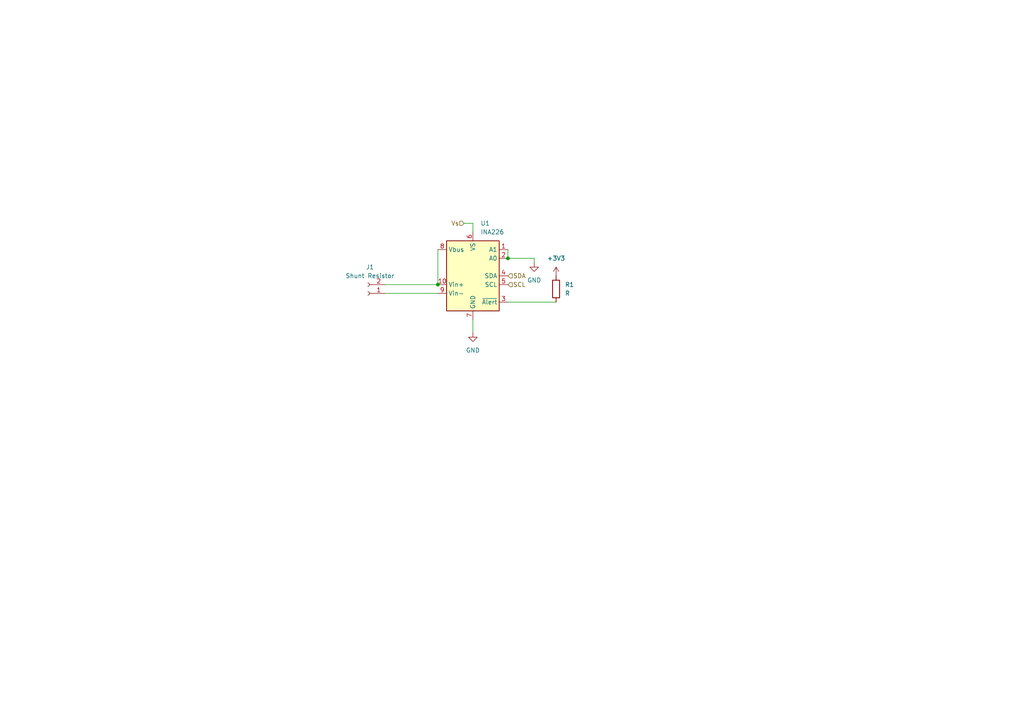
<source format=kicad_sch>
(kicad_sch (version 20230121) (generator eeschema)
  (paper "A4")
  (lib_symbols
    (symbol "Connector:Conn_01x02_Socket" (pin_names (offset 1.016) hide)
      (property "Reference" "J" (at 0 2.54 0))
      (property "Value" "Conn_01x02_Socket" (at 0 -5.08 0))
      (symbol "Conn_01x02_Socket_1_1"
        (arc (start 0 -2.032) (mid -0.5058 -2.54) (end 0 -3.048) (stroke (width 0.1524)))
        (polyline (pts (xy -1.27 -2.54) (xy -0.508 -2.54)) (stroke (width 0.1524)))
        (polyline (pts (xy -1.27 0) (xy -0.508 0)) (stroke (width 0.1524)))
        (arc (start 0 0.508) (mid -0.5058 0) (end 0 -0.508) (stroke (width 0.1524)))
        (pin passive line (at -5.08 0 0) (length 3.81) (name "Pin_1") (number "1"))
        (pin passive line (at -5.08 -2.54 0) (length 3.81) (name "Pin_2") (number "2"))
      )
    )
    (symbol "Device:R" (pin_numbers hide) (pin_names (offset 0))
      (property "Reference" "R" (at 2.032 0 90))
      (property "Value" "R" (at 0 0 90))
      (symbol "R_0_1"
        (rectangle (start -1.016 -2.54) (end 1.016 2.54) (stroke (width 0.254)))
      )
      (symbol "R_1_1"
        (pin passive line (at 0 3.81 270) (length 1.27) (name "~") (number "1"))
        (pin passive line (at 0 -3.81 90) (length 1.27) (name "~") (number "2"))
      )
    )
    (symbol "Sensor_Energy:INA226"
      (property "Reference" "U" (at -6.35 11.43 0))
      (property "Value" "INA226" (at 3.81 11.43 0))
      (symbol "INA226_0_1"
        (rectangle (start 7.62 10.16) (end -7.62 -10.16) (stroke (width 0.254)) (fill (type background)))
      )
      (symbol "INA226_1_1"
        (pin input line (at 10.16 7.62 180) (length 2.54) (name "A1") (number "1"))
        (pin input line (at -10.16 -2.54 0) (length 2.54) (name "Vin+") (number "10"))
        (pin input line (at 10.16 5.08 180) (length 2.54) (name "A0") (number "2"))
        (pin open_collector line (at 10.16 -7.62 180) (length 2.54) (name "~{Alert}") (number "3"))
        (pin bidirectional line (at 10.16 0 180) (length 2.54) (name "SDA") (number "4"))
        (pin input line (at 10.16 -2.54 180) (length 2.54) (name "SCL") (number "5"))
        (pin power_in line (at 0 12.7 270) (length 2.54) (name "VS") (number "6"))
        (pin power_in line (at 0 -12.7 90) (length 2.54) (name "GND") (number "7"))
        (pin input line (at -10.16 7.62 0) (length 2.54) (name "Vbus") (number "8"))
        (pin input line (at -10.16 -5.08 0) (length 2.54) (name "Vin-") (number "9"))
      )
    )
    (symbol "power:+3V3" (power) (pin_names (offset 0))
      (property "Value" "+3V3" (at 0 3.556 0))
      (symbol "+3V3_0_1"
        (polyline (pts (xy -0.762 1.27) (xy 0 2.54)))
        (polyline (pts (xy 0 0) (xy 0 2.54)))
        (polyline (pts (xy 0 2.54) (xy 0.762 1.27)))
      )
      (symbol "+3V3_1_1"
        (pin power_in line (at 0 0 90) (length 0) hide (name "+3V3") (number "1"))
      )
    )
    (symbol "power:GND" (power) (pin_names (offset 0))
      (property "Value" "GND" (at 0 -3.81 0))
      (symbol "GND_0_1"
        (polyline (pts (xy 0 0) (xy 0 -1.27) (xy 1.27 -1.27) (xy 0 -2.54) (xy -1.27 -1.27) (xy 0 -1.27)))
      )
      (symbol "GND_1_1"
        (pin power_in line (at 0 0 270) (length 0) hide (name "GND") (number "1"))
      )
    )
  )
  (junction (at 127 82.55))
  (junction (at 147.32 74.93))
  (wire (pts (xy 127 72.39) (xy 127 82.55)))
  (wire (pts (xy 137.16 64.77) (xy 134.62 64.77)))
  (wire (pts (xy 154.94 76.2) (xy 154.94 74.93)))
  (wire (pts (xy 137.16 92.71) (xy 137.16 96.52)))
  (wire (pts (xy 154.94 74.93) (xy 147.32 74.93)))
  (wire (pts (xy 111.76 85.09) (xy 127 85.09)))
  (wire (pts (xy 111.76 82.55) (xy 127 82.55)))
  (wire (pts (xy 147.32 87.63) (xy 161.29 87.63)))
  (wire (pts (xy 137.16 64.77) (xy 137.16 67.31)))
  (wire (pts (xy 147.32 72.39) (xy 147.32 74.93)))
  (hierarchical_label "Vs" (shape input) (at 134.62 64.77 180))
  (hierarchical_label "SDA" (shape input) (at 147.32 80.01 0))
  (hierarchical_label "SCL" (shape input) (at 147.32 82.55 0))
  (symbol (lib_id "power:GND") (at 137.16 96.52 0) (unit 1)
    (property "Reference" "#PWR01" (effects hide))
    (property "Value" "GND" (at 137.16 101.6 0))
  )
  (symbol (lib_id "Connector:Conn_01x02_Socket") (at 106.68 85.09 180) (unit 1)
    (property "Reference" "J1" (at 107.315 77.47 0))
    (property "Value" "Shunt Resistor" (at 107.315 80.01 0))
  )
  (symbol (lib_id "Sensor_Energy:INA226") (at 137.16 80.01 0) (unit 1)
    (property "Reference" "U1" (at 139.3541 64.77 0) (effects (justify left)))
    (property "Value" "INA226" (at 139.3541 67.31 0) (effects (justify left)))
    (property "Footprint" "Package_SO:VSSOP-10_3x3mm_P0.5mm" (effects hide))
    (property "Datasheet" "http://www.ti.com/lit/ds/symlink/ina226.pdf" (effects hide))
  )
  (symbol (lib_id "power:+3V3") (at 161.29 80.01 0) (unit 1)
    (property "Reference" "#PWR03" (effects hide))
    (property "Value" "+3V3" (at 161.29 74.93 0))
  )
  (symbol (lib_id "power:GND") (at 154.94 76.2 0) (unit 1)
    (property "Reference" "#PWR02" (effects hide))
    (property "Value" "GND" (at 154.94 81.28 0))
  )
  (symbol (lib_id "Device:R") (at 161.29 83.82 0) (unit 1)
    (property "Reference" "R1" (at 163.83 82.55 0) (effects (justify left)))
    (property "Value" "R" (at 163.83 85.09 0) (effects (justify left)))
  )
)
</source>
